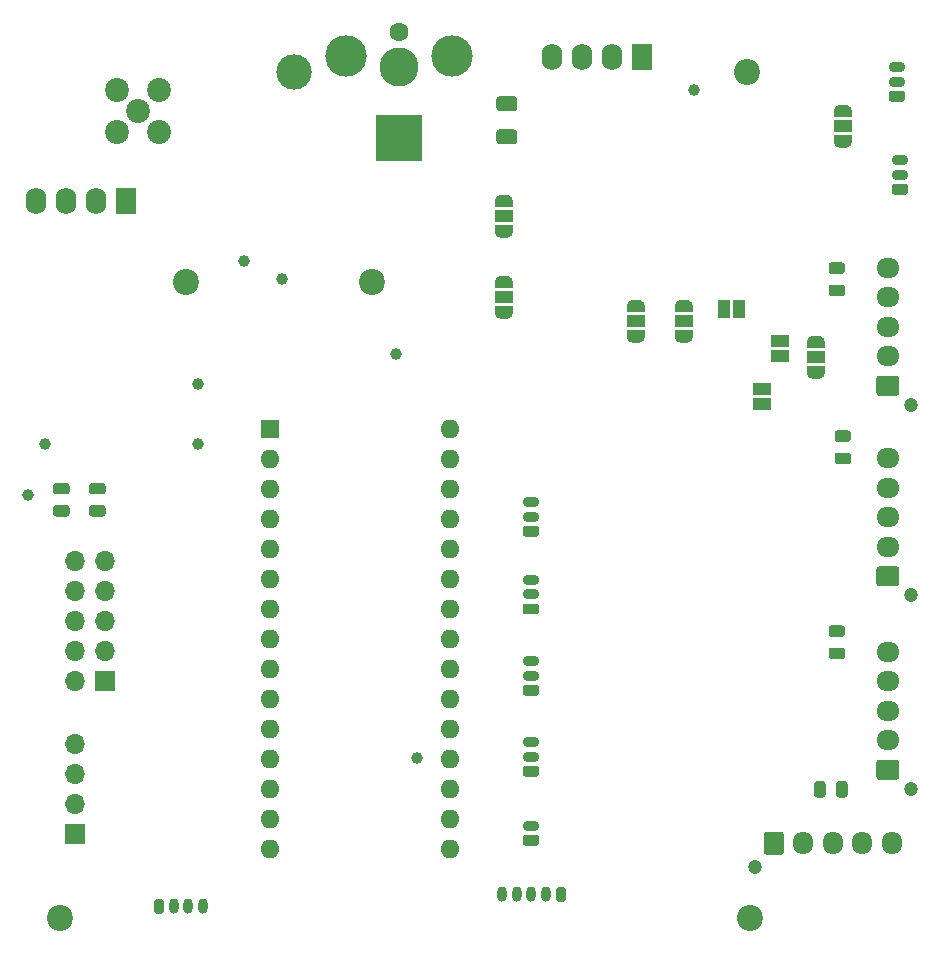
<source format=gbr>
%TF.GenerationSoftware,KiCad,Pcbnew,(5.1.8)-1*%
%TF.CreationDate,2022-01-24T15:12:58-08:00*%
%TF.ProjectId,BLE-33_baseboard,424c452d-3333-45f6-9261-7365626f6172,rev?*%
%TF.SameCoordinates,Original*%
%TF.FileFunction,Soldermask,Top*%
%TF.FilePolarity,Negative*%
%FSLAX46Y46*%
G04 Gerber Fmt 4.6, Leading zero omitted, Abs format (unit mm)*
G04 Created by KiCad (PCBNEW (5.1.8)-1) date 2022-01-24 15:12:58*
%MOMM*%
%LPD*%
G01*
G04 APERTURE LIST*
%ADD10C,2.025000*%
%ADD11C,1.000000*%
%ADD12C,1.200000*%
%ADD13O,1.700000X1.950000*%
%ADD14O,1.950000X1.700000*%
%ADD15O,1.700000X1.700000*%
%ADD16R,1.700000X1.700000*%
%ADD17C,3.000000*%
%ADD18C,2.200000*%
%ADD19O,1.400000X0.900000*%
%ADD20R,1.750000X2.250000*%
%ADD21O,1.750000X2.250000*%
%ADD22R,1.500000X1.000000*%
%ADD23C,0.100000*%
%ADD24R,1.000000X1.500000*%
%ADD25O,0.800000X1.300000*%
%ADD26C,1.600000*%
%ADD27C,3.500000*%
%ADD28C,3.300000*%
%ADD29R,4.000000X4.000000*%
%ADD30O,1.600000X1.600000*%
%ADD31R,1.600000X1.600000*%
G04 APERTURE END LIST*
D10*
%TO.C,J19*%
X108974000Y-58428000D03*
X110744000Y-56658000D03*
X107204000Y-56658000D03*
X107204000Y-60198000D03*
X110744000Y-60198000D03*
%TD*%
%TO.C,F7*%
G36*
G01*
X102945250Y-90863000D02*
X102032750Y-90863000D01*
G75*
G02*
X101789000Y-90619250I0J243750D01*
G01*
X101789000Y-90131750D01*
G75*
G02*
X102032750Y-89888000I243750J0D01*
G01*
X102945250Y-89888000D01*
G75*
G02*
X103189000Y-90131750I0J-243750D01*
G01*
X103189000Y-90619250D01*
G75*
G02*
X102945250Y-90863000I-243750J0D01*
G01*
G37*
G36*
G01*
X102945250Y-92738000D02*
X102032750Y-92738000D01*
G75*
G02*
X101789000Y-92494250I0J243750D01*
G01*
X101789000Y-92006750D01*
G75*
G02*
X102032750Y-91763000I243750J0D01*
G01*
X102945250Y-91763000D01*
G75*
G02*
X103189000Y-92006750I0J-243750D01*
G01*
X103189000Y-92494250D01*
G75*
G02*
X102945250Y-92738000I-243750J0D01*
G01*
G37*
%TD*%
%TO.C,F6*%
G36*
G01*
X105993250Y-90863000D02*
X105080750Y-90863000D01*
G75*
G02*
X104837000Y-90619250I0J243750D01*
G01*
X104837000Y-90131750D01*
G75*
G02*
X105080750Y-89888000I243750J0D01*
G01*
X105993250Y-89888000D01*
G75*
G02*
X106237000Y-90131750I0J-243750D01*
G01*
X106237000Y-90619250D01*
G75*
G02*
X105993250Y-90863000I-243750J0D01*
G01*
G37*
G36*
G01*
X105993250Y-92738000D02*
X105080750Y-92738000D01*
G75*
G02*
X104837000Y-92494250I0J243750D01*
G01*
X104837000Y-92006750D01*
G75*
G02*
X105080750Y-91763000I243750J0D01*
G01*
X105993250Y-91763000D01*
G75*
G02*
X106237000Y-92006750I0J-243750D01*
G01*
X106237000Y-92494250D01*
G75*
G02*
X105993250Y-92738000I-243750J0D01*
G01*
G37*
%TD*%
D11*
%TO.C,TP9*%
X117983000Y-71120000D03*
%TD*%
%TO.C,TP3*%
X156083000Y-56642000D03*
%TD*%
%TO.C,TP2*%
X132588000Y-113157000D03*
%TD*%
D12*
%TO.C,J8*%
X161214000Y-122396000D03*
D13*
X172814000Y-120396000D03*
X170314000Y-120396000D03*
X167814000Y-120396000D03*
X165314000Y-120396000D03*
G36*
G01*
X161964000Y-121121000D02*
X161964000Y-119671000D01*
G75*
G02*
X162214000Y-119421000I250000J0D01*
G01*
X163414000Y-119421000D01*
G75*
G02*
X163664000Y-119671000I0J-250000D01*
G01*
X163664000Y-121121000D01*
G75*
G02*
X163414000Y-121371000I-250000J0D01*
G01*
X162214000Y-121371000D01*
G75*
G02*
X161964000Y-121121000I0J250000D01*
G01*
G37*
%TD*%
D12*
%TO.C,J7*%
X174466000Y-115773000D03*
D14*
X172466000Y-104173000D03*
X172466000Y-106673000D03*
X172466000Y-109173000D03*
X172466000Y-111673000D03*
G36*
G01*
X173191000Y-115023000D02*
X171741000Y-115023000D01*
G75*
G02*
X171491000Y-114773000I0J250000D01*
G01*
X171491000Y-113573000D01*
G75*
G02*
X171741000Y-113323000I250000J0D01*
G01*
X173191000Y-113323000D01*
G75*
G02*
X173441000Y-113573000I0J-250000D01*
G01*
X173441000Y-114773000D01*
G75*
G02*
X173191000Y-115023000I-250000J0D01*
G01*
G37*
%TD*%
D12*
%TO.C,J6*%
X174466000Y-99390000D03*
D14*
X172466000Y-87790000D03*
X172466000Y-90290000D03*
X172466000Y-92790000D03*
X172466000Y-95290000D03*
G36*
G01*
X173191000Y-98640000D02*
X171741000Y-98640000D01*
G75*
G02*
X171491000Y-98390000I0J250000D01*
G01*
X171491000Y-97190000D01*
G75*
G02*
X171741000Y-96940000I250000J0D01*
G01*
X173191000Y-96940000D01*
G75*
G02*
X173441000Y-97190000I0J-250000D01*
G01*
X173441000Y-98390000D01*
G75*
G02*
X173191000Y-98640000I-250000J0D01*
G01*
G37*
%TD*%
D12*
%TO.C,J5*%
X174466000Y-83261000D03*
D14*
X172466000Y-71661000D03*
X172466000Y-74161000D03*
X172466000Y-76661000D03*
X172466000Y-79161000D03*
G36*
G01*
X173191000Y-82511000D02*
X171741000Y-82511000D01*
G75*
G02*
X171491000Y-82261000I0J250000D01*
G01*
X171491000Y-81061000D01*
G75*
G02*
X171741000Y-80811000I250000J0D01*
G01*
X173191000Y-80811000D01*
G75*
G02*
X173441000Y-81061000I0J-250000D01*
G01*
X173441000Y-82261000D01*
G75*
G02*
X173191000Y-82511000I-250000J0D01*
G01*
G37*
%TD*%
D15*
%TO.C,J4*%
X103632000Y-112014000D03*
X103632000Y-114554000D03*
X103632000Y-117094000D03*
D16*
X103632000Y-119634000D03*
%TD*%
D17*
%TO.C,REF\u002A\u002A*%
X122174000Y-55118000D03*
%TD*%
D11*
%TO.C,TP8*%
X121158000Y-72644000D03*
%TD*%
%TO.C,TP7*%
X114046000Y-86614000D03*
%TD*%
%TO.C,TP6*%
X114046000Y-81534000D03*
%TD*%
%TO.C,TP5*%
X99695000Y-90932000D03*
%TD*%
%TO.C,TP4*%
X101092000Y-86614000D03*
%TD*%
D18*
%TO.C,REF\u002A\u002A*%
X160782000Y-126746000D03*
%TD*%
%TO.C,REF\u002A\u002A*%
X113030000Y-72898000D03*
%TD*%
%TO.C,REF\u002A\u002A*%
X128778000Y-72898000D03*
%TD*%
%TO.C,REF\u002A\u002A*%
X102362000Y-126746000D03*
%TD*%
%TO.C,REF\u002A\u002A*%
X160528000Y-55118000D03*
%TD*%
D15*
%TO.C,J3*%
X103632000Y-96520000D03*
X106172000Y-96520000D03*
X103632000Y-99060000D03*
X106172000Y-99060000D03*
X103632000Y-101600000D03*
X106172000Y-101600000D03*
X103632000Y-104140000D03*
X106172000Y-104140000D03*
X103632000Y-106680000D03*
D16*
X106172000Y-106680000D03*
%TD*%
D19*
%TO.C,J1*%
X142240000Y-118892000D03*
G36*
G01*
X142715000Y-120592000D02*
X141765000Y-120592000D01*
G75*
G02*
X141540000Y-120367000I0J225000D01*
G01*
X141540000Y-119917000D01*
G75*
G02*
X141765000Y-119692000I225000J0D01*
G01*
X142715000Y-119692000D01*
G75*
G02*
X142940000Y-119917000I0J-225000D01*
G01*
X142940000Y-120367000D01*
G75*
G02*
X142715000Y-120592000I-225000J0D01*
G01*
G37*
%TD*%
D11*
%TO.C,TP1*%
X130810000Y-78994000D03*
%TD*%
D20*
%TO.C,PS1*%
X151638000Y-53848000D03*
D21*
X149098000Y-53848000D03*
X146558000Y-53848000D03*
X144018000Y-53848000D03*
%TD*%
D20*
%TO.C,PS2*%
X107950000Y-66040000D03*
D21*
X105410000Y-66040000D03*
X102870000Y-66040000D03*
X100330000Y-66040000D03*
%TD*%
D22*
%TO.C,JP10*%
X163322000Y-79136000D03*
X163322000Y-77836000D03*
%TD*%
D23*
%TO.C,JP9*%
G36*
X165620000Y-78498000D02*
G01*
X165620000Y-77948000D01*
X165620602Y-77948000D01*
X165620602Y-77923466D01*
X165625412Y-77874635D01*
X165634984Y-77826510D01*
X165649228Y-77779555D01*
X165668005Y-77734222D01*
X165691136Y-77690949D01*
X165718396Y-77650150D01*
X165749524Y-77612221D01*
X165784221Y-77577524D01*
X165822150Y-77546396D01*
X165862949Y-77519136D01*
X165906222Y-77496005D01*
X165951555Y-77477228D01*
X165998510Y-77462984D01*
X166046635Y-77453412D01*
X166095466Y-77448602D01*
X166120000Y-77448602D01*
X166120000Y-77448000D01*
X166620000Y-77448000D01*
X166620000Y-77448602D01*
X166644534Y-77448602D01*
X166693365Y-77453412D01*
X166741490Y-77462984D01*
X166788445Y-77477228D01*
X166833778Y-77496005D01*
X166877051Y-77519136D01*
X166917850Y-77546396D01*
X166955779Y-77577524D01*
X166990476Y-77612221D01*
X167021604Y-77650150D01*
X167048864Y-77690949D01*
X167071995Y-77734222D01*
X167090772Y-77779555D01*
X167105016Y-77826510D01*
X167114588Y-77874635D01*
X167119398Y-77923466D01*
X167119398Y-77948000D01*
X167120000Y-77948000D01*
X167120000Y-78498000D01*
X165620000Y-78498000D01*
G37*
D22*
X166370000Y-79248000D03*
D23*
G36*
X167119398Y-80548000D02*
G01*
X167119398Y-80572534D01*
X167114588Y-80621365D01*
X167105016Y-80669490D01*
X167090772Y-80716445D01*
X167071995Y-80761778D01*
X167048864Y-80805051D01*
X167021604Y-80845850D01*
X166990476Y-80883779D01*
X166955779Y-80918476D01*
X166917850Y-80949604D01*
X166877051Y-80976864D01*
X166833778Y-80999995D01*
X166788445Y-81018772D01*
X166741490Y-81033016D01*
X166693365Y-81042588D01*
X166644534Y-81047398D01*
X166620000Y-81047398D01*
X166620000Y-81048000D01*
X166120000Y-81048000D01*
X166120000Y-81047398D01*
X166095466Y-81047398D01*
X166046635Y-81042588D01*
X165998510Y-81033016D01*
X165951555Y-81018772D01*
X165906222Y-80999995D01*
X165862949Y-80976864D01*
X165822150Y-80949604D01*
X165784221Y-80918476D01*
X165749524Y-80883779D01*
X165718396Y-80845850D01*
X165691136Y-80805051D01*
X165668005Y-80761778D01*
X165649228Y-80716445D01*
X165634984Y-80669490D01*
X165625412Y-80621365D01*
X165620602Y-80572534D01*
X165620602Y-80548000D01*
X165620000Y-80548000D01*
X165620000Y-79998000D01*
X167120000Y-79998000D01*
X167120000Y-80548000D01*
X167119398Y-80548000D01*
G37*
%TD*%
%TO.C,JP8*%
G36*
X169406000Y-60440000D02*
G01*
X169406000Y-60990000D01*
X169405398Y-60990000D01*
X169405398Y-61014534D01*
X169400588Y-61063365D01*
X169391016Y-61111490D01*
X169376772Y-61158445D01*
X169357995Y-61203778D01*
X169334864Y-61247051D01*
X169307604Y-61287850D01*
X169276476Y-61325779D01*
X169241779Y-61360476D01*
X169203850Y-61391604D01*
X169163051Y-61418864D01*
X169119778Y-61441995D01*
X169074445Y-61460772D01*
X169027490Y-61475016D01*
X168979365Y-61484588D01*
X168930534Y-61489398D01*
X168906000Y-61489398D01*
X168906000Y-61490000D01*
X168406000Y-61490000D01*
X168406000Y-61489398D01*
X168381466Y-61489398D01*
X168332635Y-61484588D01*
X168284510Y-61475016D01*
X168237555Y-61460772D01*
X168192222Y-61441995D01*
X168148949Y-61418864D01*
X168108150Y-61391604D01*
X168070221Y-61360476D01*
X168035524Y-61325779D01*
X168004396Y-61287850D01*
X167977136Y-61247051D01*
X167954005Y-61203778D01*
X167935228Y-61158445D01*
X167920984Y-61111490D01*
X167911412Y-61063365D01*
X167906602Y-61014534D01*
X167906602Y-60990000D01*
X167906000Y-60990000D01*
X167906000Y-60440000D01*
X169406000Y-60440000D01*
G37*
D22*
X168656000Y-59690000D03*
D23*
G36*
X167906602Y-58390000D02*
G01*
X167906602Y-58365466D01*
X167911412Y-58316635D01*
X167920984Y-58268510D01*
X167935228Y-58221555D01*
X167954005Y-58176222D01*
X167977136Y-58132949D01*
X168004396Y-58092150D01*
X168035524Y-58054221D01*
X168070221Y-58019524D01*
X168108150Y-57988396D01*
X168148949Y-57961136D01*
X168192222Y-57938005D01*
X168237555Y-57919228D01*
X168284510Y-57904984D01*
X168332635Y-57895412D01*
X168381466Y-57890602D01*
X168406000Y-57890602D01*
X168406000Y-57890000D01*
X168906000Y-57890000D01*
X168906000Y-57890602D01*
X168930534Y-57890602D01*
X168979365Y-57895412D01*
X169027490Y-57904984D01*
X169074445Y-57919228D01*
X169119778Y-57938005D01*
X169163051Y-57961136D01*
X169203850Y-57988396D01*
X169241779Y-58019524D01*
X169276476Y-58054221D01*
X169307604Y-58092150D01*
X169334864Y-58132949D01*
X169357995Y-58176222D01*
X169376772Y-58221555D01*
X169391016Y-58268510D01*
X169400588Y-58316635D01*
X169405398Y-58365466D01*
X169405398Y-58390000D01*
X169406000Y-58390000D01*
X169406000Y-58940000D01*
X167906000Y-58940000D01*
X167906000Y-58390000D01*
X167906602Y-58390000D01*
G37*
%TD*%
D22*
%TO.C,JP7*%
X161798000Y-83200000D03*
X161798000Y-81900000D03*
%TD*%
D24*
%TO.C,JP5*%
X158608000Y-75184000D03*
X159908000Y-75184000D03*
%TD*%
D23*
%TO.C,JP4*%
G36*
X151880000Y-76950000D02*
G01*
X151880000Y-77500000D01*
X151879398Y-77500000D01*
X151879398Y-77524534D01*
X151874588Y-77573365D01*
X151865016Y-77621490D01*
X151850772Y-77668445D01*
X151831995Y-77713778D01*
X151808864Y-77757051D01*
X151781604Y-77797850D01*
X151750476Y-77835779D01*
X151715779Y-77870476D01*
X151677850Y-77901604D01*
X151637051Y-77928864D01*
X151593778Y-77951995D01*
X151548445Y-77970772D01*
X151501490Y-77985016D01*
X151453365Y-77994588D01*
X151404534Y-77999398D01*
X151380000Y-77999398D01*
X151380000Y-78000000D01*
X150880000Y-78000000D01*
X150880000Y-77999398D01*
X150855466Y-77999398D01*
X150806635Y-77994588D01*
X150758510Y-77985016D01*
X150711555Y-77970772D01*
X150666222Y-77951995D01*
X150622949Y-77928864D01*
X150582150Y-77901604D01*
X150544221Y-77870476D01*
X150509524Y-77835779D01*
X150478396Y-77797850D01*
X150451136Y-77757051D01*
X150428005Y-77713778D01*
X150409228Y-77668445D01*
X150394984Y-77621490D01*
X150385412Y-77573365D01*
X150380602Y-77524534D01*
X150380602Y-77500000D01*
X150380000Y-77500000D01*
X150380000Y-76950000D01*
X151880000Y-76950000D01*
G37*
D22*
X151130000Y-76200000D03*
D23*
G36*
X150380602Y-74900000D02*
G01*
X150380602Y-74875466D01*
X150385412Y-74826635D01*
X150394984Y-74778510D01*
X150409228Y-74731555D01*
X150428005Y-74686222D01*
X150451136Y-74642949D01*
X150478396Y-74602150D01*
X150509524Y-74564221D01*
X150544221Y-74529524D01*
X150582150Y-74498396D01*
X150622949Y-74471136D01*
X150666222Y-74448005D01*
X150711555Y-74429228D01*
X150758510Y-74414984D01*
X150806635Y-74405412D01*
X150855466Y-74400602D01*
X150880000Y-74400602D01*
X150880000Y-74400000D01*
X151380000Y-74400000D01*
X151380000Y-74400602D01*
X151404534Y-74400602D01*
X151453365Y-74405412D01*
X151501490Y-74414984D01*
X151548445Y-74429228D01*
X151593778Y-74448005D01*
X151637051Y-74471136D01*
X151677850Y-74498396D01*
X151715779Y-74529524D01*
X151750476Y-74564221D01*
X151781604Y-74602150D01*
X151808864Y-74642949D01*
X151831995Y-74686222D01*
X151850772Y-74731555D01*
X151865016Y-74778510D01*
X151874588Y-74826635D01*
X151879398Y-74875466D01*
X151879398Y-74900000D01*
X151880000Y-74900000D01*
X151880000Y-75450000D01*
X150380000Y-75450000D01*
X150380000Y-74900000D01*
X150380602Y-74900000D01*
G37*
%TD*%
%TO.C,JP3*%
G36*
X140704000Y-68060000D02*
G01*
X140704000Y-68610000D01*
X140703398Y-68610000D01*
X140703398Y-68634534D01*
X140698588Y-68683365D01*
X140689016Y-68731490D01*
X140674772Y-68778445D01*
X140655995Y-68823778D01*
X140632864Y-68867051D01*
X140605604Y-68907850D01*
X140574476Y-68945779D01*
X140539779Y-68980476D01*
X140501850Y-69011604D01*
X140461051Y-69038864D01*
X140417778Y-69061995D01*
X140372445Y-69080772D01*
X140325490Y-69095016D01*
X140277365Y-69104588D01*
X140228534Y-69109398D01*
X140204000Y-69109398D01*
X140204000Y-69110000D01*
X139704000Y-69110000D01*
X139704000Y-69109398D01*
X139679466Y-69109398D01*
X139630635Y-69104588D01*
X139582510Y-69095016D01*
X139535555Y-69080772D01*
X139490222Y-69061995D01*
X139446949Y-69038864D01*
X139406150Y-69011604D01*
X139368221Y-68980476D01*
X139333524Y-68945779D01*
X139302396Y-68907850D01*
X139275136Y-68867051D01*
X139252005Y-68823778D01*
X139233228Y-68778445D01*
X139218984Y-68731490D01*
X139209412Y-68683365D01*
X139204602Y-68634534D01*
X139204602Y-68610000D01*
X139204000Y-68610000D01*
X139204000Y-68060000D01*
X140704000Y-68060000D01*
G37*
D22*
X139954000Y-67310000D03*
D23*
G36*
X139204602Y-66010000D02*
G01*
X139204602Y-65985466D01*
X139209412Y-65936635D01*
X139218984Y-65888510D01*
X139233228Y-65841555D01*
X139252005Y-65796222D01*
X139275136Y-65752949D01*
X139302396Y-65712150D01*
X139333524Y-65674221D01*
X139368221Y-65639524D01*
X139406150Y-65608396D01*
X139446949Y-65581136D01*
X139490222Y-65558005D01*
X139535555Y-65539228D01*
X139582510Y-65524984D01*
X139630635Y-65515412D01*
X139679466Y-65510602D01*
X139704000Y-65510602D01*
X139704000Y-65510000D01*
X140204000Y-65510000D01*
X140204000Y-65510602D01*
X140228534Y-65510602D01*
X140277365Y-65515412D01*
X140325490Y-65524984D01*
X140372445Y-65539228D01*
X140417778Y-65558005D01*
X140461051Y-65581136D01*
X140501850Y-65608396D01*
X140539779Y-65639524D01*
X140574476Y-65674221D01*
X140605604Y-65712150D01*
X140632864Y-65752949D01*
X140655995Y-65796222D01*
X140674772Y-65841555D01*
X140689016Y-65888510D01*
X140698588Y-65936635D01*
X140703398Y-65985466D01*
X140703398Y-66010000D01*
X140704000Y-66010000D01*
X140704000Y-66560000D01*
X139204000Y-66560000D01*
X139204000Y-66010000D01*
X139204602Y-66010000D01*
G37*
%TD*%
%TO.C,JP2*%
G36*
X139204000Y-73418000D02*
G01*
X139204000Y-72868000D01*
X139204602Y-72868000D01*
X139204602Y-72843466D01*
X139209412Y-72794635D01*
X139218984Y-72746510D01*
X139233228Y-72699555D01*
X139252005Y-72654222D01*
X139275136Y-72610949D01*
X139302396Y-72570150D01*
X139333524Y-72532221D01*
X139368221Y-72497524D01*
X139406150Y-72466396D01*
X139446949Y-72439136D01*
X139490222Y-72416005D01*
X139535555Y-72397228D01*
X139582510Y-72382984D01*
X139630635Y-72373412D01*
X139679466Y-72368602D01*
X139704000Y-72368602D01*
X139704000Y-72368000D01*
X140204000Y-72368000D01*
X140204000Y-72368602D01*
X140228534Y-72368602D01*
X140277365Y-72373412D01*
X140325490Y-72382984D01*
X140372445Y-72397228D01*
X140417778Y-72416005D01*
X140461051Y-72439136D01*
X140501850Y-72466396D01*
X140539779Y-72497524D01*
X140574476Y-72532221D01*
X140605604Y-72570150D01*
X140632864Y-72610949D01*
X140655995Y-72654222D01*
X140674772Y-72699555D01*
X140689016Y-72746510D01*
X140698588Y-72794635D01*
X140703398Y-72843466D01*
X140703398Y-72868000D01*
X140704000Y-72868000D01*
X140704000Y-73418000D01*
X139204000Y-73418000D01*
G37*
D22*
X139954000Y-74168000D03*
D23*
G36*
X140703398Y-75468000D02*
G01*
X140703398Y-75492534D01*
X140698588Y-75541365D01*
X140689016Y-75589490D01*
X140674772Y-75636445D01*
X140655995Y-75681778D01*
X140632864Y-75725051D01*
X140605604Y-75765850D01*
X140574476Y-75803779D01*
X140539779Y-75838476D01*
X140501850Y-75869604D01*
X140461051Y-75896864D01*
X140417778Y-75919995D01*
X140372445Y-75938772D01*
X140325490Y-75953016D01*
X140277365Y-75962588D01*
X140228534Y-75967398D01*
X140204000Y-75967398D01*
X140204000Y-75968000D01*
X139704000Y-75968000D01*
X139704000Y-75967398D01*
X139679466Y-75967398D01*
X139630635Y-75962588D01*
X139582510Y-75953016D01*
X139535555Y-75938772D01*
X139490222Y-75919995D01*
X139446949Y-75896864D01*
X139406150Y-75869604D01*
X139368221Y-75838476D01*
X139333524Y-75803779D01*
X139302396Y-75765850D01*
X139275136Y-75725051D01*
X139252005Y-75681778D01*
X139233228Y-75636445D01*
X139218984Y-75589490D01*
X139209412Y-75541365D01*
X139204602Y-75492534D01*
X139204602Y-75468000D01*
X139204000Y-75468000D01*
X139204000Y-74918000D01*
X140704000Y-74918000D01*
X140704000Y-75468000D01*
X140703398Y-75468000D01*
G37*
%TD*%
%TO.C,JP1*%
G36*
X155944000Y-76950000D02*
G01*
X155944000Y-77500000D01*
X155943398Y-77500000D01*
X155943398Y-77524534D01*
X155938588Y-77573365D01*
X155929016Y-77621490D01*
X155914772Y-77668445D01*
X155895995Y-77713778D01*
X155872864Y-77757051D01*
X155845604Y-77797850D01*
X155814476Y-77835779D01*
X155779779Y-77870476D01*
X155741850Y-77901604D01*
X155701051Y-77928864D01*
X155657778Y-77951995D01*
X155612445Y-77970772D01*
X155565490Y-77985016D01*
X155517365Y-77994588D01*
X155468534Y-77999398D01*
X155444000Y-77999398D01*
X155444000Y-78000000D01*
X154944000Y-78000000D01*
X154944000Y-77999398D01*
X154919466Y-77999398D01*
X154870635Y-77994588D01*
X154822510Y-77985016D01*
X154775555Y-77970772D01*
X154730222Y-77951995D01*
X154686949Y-77928864D01*
X154646150Y-77901604D01*
X154608221Y-77870476D01*
X154573524Y-77835779D01*
X154542396Y-77797850D01*
X154515136Y-77757051D01*
X154492005Y-77713778D01*
X154473228Y-77668445D01*
X154458984Y-77621490D01*
X154449412Y-77573365D01*
X154444602Y-77524534D01*
X154444602Y-77500000D01*
X154444000Y-77500000D01*
X154444000Y-76950000D01*
X155944000Y-76950000D01*
G37*
D22*
X155194000Y-76200000D03*
D23*
G36*
X154444602Y-74900000D02*
G01*
X154444602Y-74875466D01*
X154449412Y-74826635D01*
X154458984Y-74778510D01*
X154473228Y-74731555D01*
X154492005Y-74686222D01*
X154515136Y-74642949D01*
X154542396Y-74602150D01*
X154573524Y-74564221D01*
X154608221Y-74529524D01*
X154646150Y-74498396D01*
X154686949Y-74471136D01*
X154730222Y-74448005D01*
X154775555Y-74429228D01*
X154822510Y-74414984D01*
X154870635Y-74405412D01*
X154919466Y-74400602D01*
X154944000Y-74400602D01*
X154944000Y-74400000D01*
X155444000Y-74400000D01*
X155444000Y-74400602D01*
X155468534Y-74400602D01*
X155517365Y-74405412D01*
X155565490Y-74414984D01*
X155612445Y-74429228D01*
X155657778Y-74448005D01*
X155701051Y-74471136D01*
X155741850Y-74498396D01*
X155779779Y-74529524D01*
X155814476Y-74564221D01*
X155845604Y-74602150D01*
X155872864Y-74642949D01*
X155895995Y-74686222D01*
X155914772Y-74731555D01*
X155929016Y-74778510D01*
X155938588Y-74826635D01*
X155943398Y-74875466D01*
X155943398Y-74900000D01*
X155944000Y-74900000D01*
X155944000Y-75450000D01*
X154444000Y-75450000D01*
X154444000Y-74900000D01*
X154444602Y-74900000D01*
G37*
%TD*%
D19*
%TO.C,J18*%
X173482000Y-62524000D03*
X173482000Y-63774000D03*
G36*
G01*
X173957000Y-65474000D02*
X173007000Y-65474000D01*
G75*
G02*
X172782000Y-65249000I0J225000D01*
G01*
X172782000Y-64799000D01*
G75*
G02*
X173007000Y-64574000I225000J0D01*
G01*
X173957000Y-64574000D01*
G75*
G02*
X174182000Y-64799000I0J-225000D01*
G01*
X174182000Y-65249000D01*
G75*
G02*
X173957000Y-65474000I-225000J0D01*
G01*
G37*
%TD*%
%TO.C,J17*%
X173228000Y-54650000D03*
X173228000Y-55900000D03*
G36*
G01*
X173703000Y-57600000D02*
X172753000Y-57600000D01*
G75*
G02*
X172528000Y-57375000I0J225000D01*
G01*
X172528000Y-56925000D01*
G75*
G02*
X172753000Y-56700000I225000J0D01*
G01*
X173703000Y-56700000D01*
G75*
G02*
X173928000Y-56925000I0J-225000D01*
G01*
X173928000Y-57375000D01*
G75*
G02*
X173703000Y-57600000I-225000J0D01*
G01*
G37*
%TD*%
D25*
%TO.C,J15*%
X139780000Y-124714000D03*
X141030000Y-124714000D03*
X142280000Y-124714000D03*
X143530000Y-124714000D03*
G36*
G01*
X145180000Y-124264000D02*
X145180000Y-125164000D01*
G75*
G02*
X144980000Y-125364000I-200000J0D01*
G01*
X144580000Y-125364000D01*
G75*
G02*
X144380000Y-125164000I0J200000D01*
G01*
X144380000Y-124264000D01*
G75*
G02*
X144580000Y-124064000I200000J0D01*
G01*
X144980000Y-124064000D01*
G75*
G02*
X145180000Y-124264000I0J-200000D01*
G01*
G37*
%TD*%
D19*
%TO.C,J13*%
X142240000Y-91480000D03*
X142240000Y-92730000D03*
G36*
G01*
X142715000Y-94430000D02*
X141765000Y-94430000D01*
G75*
G02*
X141540000Y-94205000I0J225000D01*
G01*
X141540000Y-93755000D01*
G75*
G02*
X141765000Y-93530000I225000J0D01*
G01*
X142715000Y-93530000D01*
G75*
G02*
X142940000Y-93755000I0J-225000D01*
G01*
X142940000Y-94205000D01*
G75*
G02*
X142715000Y-94430000I-225000J0D01*
G01*
G37*
%TD*%
%TO.C,J12*%
X142240000Y-98064000D03*
X142240000Y-99314000D03*
G36*
G01*
X142715000Y-101014000D02*
X141765000Y-101014000D01*
G75*
G02*
X141540000Y-100789000I0J225000D01*
G01*
X141540000Y-100339000D01*
G75*
G02*
X141765000Y-100114000I225000J0D01*
G01*
X142715000Y-100114000D01*
G75*
G02*
X142940000Y-100339000I0J-225000D01*
G01*
X142940000Y-100789000D01*
G75*
G02*
X142715000Y-101014000I-225000J0D01*
G01*
G37*
%TD*%
D25*
%TO.C,J11*%
X114494000Y-125730000D03*
X113244000Y-125730000D03*
X111994000Y-125730000D03*
G36*
G01*
X110344000Y-126180000D02*
X110344000Y-125280000D01*
G75*
G02*
X110544000Y-125080000I200000J0D01*
G01*
X110944000Y-125080000D01*
G75*
G02*
X111144000Y-125280000I0J-200000D01*
G01*
X111144000Y-126180000D01*
G75*
G02*
X110944000Y-126380000I-200000J0D01*
G01*
X110544000Y-126380000D01*
G75*
G02*
X110344000Y-126180000I0J200000D01*
G01*
G37*
%TD*%
D26*
%TO.C,J10*%
X131064000Y-51706000D03*
D27*
X126564000Y-53706000D03*
X135564000Y-53706000D03*
D28*
X131064000Y-54706000D03*
D29*
X131064000Y-60706000D03*
%TD*%
D19*
%TO.C,J9*%
X142240000Y-104942000D03*
X142240000Y-106192000D03*
G36*
G01*
X142715000Y-107892000D02*
X141765000Y-107892000D01*
G75*
G02*
X141540000Y-107667000I0J225000D01*
G01*
X141540000Y-107217000D01*
G75*
G02*
X141765000Y-106992000I225000J0D01*
G01*
X142715000Y-106992000D01*
G75*
G02*
X142940000Y-107217000I0J-225000D01*
G01*
X142940000Y-107667000D01*
G75*
G02*
X142715000Y-107892000I-225000J0D01*
G01*
G37*
%TD*%
%TO.C,J2*%
X142240000Y-111800000D03*
X142240000Y-113050000D03*
G36*
G01*
X142715000Y-114750000D02*
X141765000Y-114750000D01*
G75*
G02*
X141540000Y-114525000I0J225000D01*
G01*
X141540000Y-114075000D01*
G75*
G02*
X141765000Y-113850000I225000J0D01*
G01*
X142715000Y-113850000D01*
G75*
G02*
X142940000Y-114075000I0J-225000D01*
G01*
X142940000Y-114525000D01*
G75*
G02*
X142715000Y-114750000I-225000J0D01*
G01*
G37*
%TD*%
%TO.C,F5*%
G36*
G01*
X168090000Y-116280250D02*
X168090000Y-115367750D01*
G75*
G02*
X168333750Y-115124000I243750J0D01*
G01*
X168821250Y-115124000D01*
G75*
G02*
X169065000Y-115367750I0J-243750D01*
G01*
X169065000Y-116280250D01*
G75*
G02*
X168821250Y-116524000I-243750J0D01*
G01*
X168333750Y-116524000D01*
G75*
G02*
X168090000Y-116280250I0J243750D01*
G01*
G37*
G36*
G01*
X166215000Y-116280250D02*
X166215000Y-115367750D01*
G75*
G02*
X166458750Y-115124000I243750J0D01*
G01*
X166946250Y-115124000D01*
G75*
G02*
X167190000Y-115367750I0J-243750D01*
G01*
X167190000Y-116280250D01*
G75*
G02*
X166946250Y-116524000I-243750J0D01*
G01*
X166458750Y-116524000D01*
G75*
G02*
X166215000Y-116280250I0J243750D01*
G01*
G37*
%TD*%
%TO.C,F4*%
G36*
G01*
X167691750Y-103828000D02*
X168604250Y-103828000D01*
G75*
G02*
X168848000Y-104071750I0J-243750D01*
G01*
X168848000Y-104559250D01*
G75*
G02*
X168604250Y-104803000I-243750J0D01*
G01*
X167691750Y-104803000D01*
G75*
G02*
X167448000Y-104559250I0J243750D01*
G01*
X167448000Y-104071750D01*
G75*
G02*
X167691750Y-103828000I243750J0D01*
G01*
G37*
G36*
G01*
X167691750Y-101953000D02*
X168604250Y-101953000D01*
G75*
G02*
X168848000Y-102196750I0J-243750D01*
G01*
X168848000Y-102684250D01*
G75*
G02*
X168604250Y-102928000I-243750J0D01*
G01*
X167691750Y-102928000D01*
G75*
G02*
X167448000Y-102684250I0J243750D01*
G01*
X167448000Y-102196750D01*
G75*
G02*
X167691750Y-101953000I243750J0D01*
G01*
G37*
%TD*%
%TO.C,F3*%
G36*
G01*
X168199750Y-87318000D02*
X169112250Y-87318000D01*
G75*
G02*
X169356000Y-87561750I0J-243750D01*
G01*
X169356000Y-88049250D01*
G75*
G02*
X169112250Y-88293000I-243750J0D01*
G01*
X168199750Y-88293000D01*
G75*
G02*
X167956000Y-88049250I0J243750D01*
G01*
X167956000Y-87561750D01*
G75*
G02*
X168199750Y-87318000I243750J0D01*
G01*
G37*
G36*
G01*
X168199750Y-85443000D02*
X169112250Y-85443000D01*
G75*
G02*
X169356000Y-85686750I0J-243750D01*
G01*
X169356000Y-86174250D01*
G75*
G02*
X169112250Y-86418000I-243750J0D01*
G01*
X168199750Y-86418000D01*
G75*
G02*
X167956000Y-86174250I0J243750D01*
G01*
X167956000Y-85686750D01*
G75*
G02*
X168199750Y-85443000I243750J0D01*
G01*
G37*
%TD*%
%TO.C,F2*%
G36*
G01*
X168604250Y-72194000D02*
X167691750Y-72194000D01*
G75*
G02*
X167448000Y-71950250I0J243750D01*
G01*
X167448000Y-71462750D01*
G75*
G02*
X167691750Y-71219000I243750J0D01*
G01*
X168604250Y-71219000D01*
G75*
G02*
X168848000Y-71462750I0J-243750D01*
G01*
X168848000Y-71950250D01*
G75*
G02*
X168604250Y-72194000I-243750J0D01*
G01*
G37*
G36*
G01*
X168604250Y-74069000D02*
X167691750Y-74069000D01*
G75*
G02*
X167448000Y-73825250I0J243750D01*
G01*
X167448000Y-73337750D01*
G75*
G02*
X167691750Y-73094000I243750J0D01*
G01*
X168604250Y-73094000D01*
G75*
G02*
X168848000Y-73337750I0J-243750D01*
G01*
X168848000Y-73825250D01*
G75*
G02*
X168604250Y-74069000I-243750J0D01*
G01*
G37*
%TD*%
%TO.C,F1*%
G36*
G01*
X140833000Y-58407000D02*
X139583000Y-58407000D01*
G75*
G02*
X139333000Y-58157000I0J250000D01*
G01*
X139333000Y-57407000D01*
G75*
G02*
X139583000Y-57157000I250000J0D01*
G01*
X140833000Y-57157000D01*
G75*
G02*
X141083000Y-57407000I0J-250000D01*
G01*
X141083000Y-58157000D01*
G75*
G02*
X140833000Y-58407000I-250000J0D01*
G01*
G37*
G36*
G01*
X140833000Y-61207000D02*
X139583000Y-61207000D01*
G75*
G02*
X139333000Y-60957000I0J250000D01*
G01*
X139333000Y-60207000D01*
G75*
G02*
X139583000Y-59957000I250000J0D01*
G01*
X140833000Y-59957000D01*
G75*
G02*
X141083000Y-60207000I0J-250000D01*
G01*
X141083000Y-60957000D01*
G75*
G02*
X140833000Y-61207000I-250000J0D01*
G01*
G37*
%TD*%
D30*
%TO.C,A1*%
X135382000Y-120904000D03*
X120142000Y-120904000D03*
X135382000Y-85344000D03*
X120142000Y-118364000D03*
X135382000Y-87884000D03*
X120142000Y-115824000D03*
X135382000Y-90424000D03*
X120142000Y-113284000D03*
X135382000Y-92964000D03*
X120142000Y-110744000D03*
X135382000Y-95504000D03*
X120142000Y-108204000D03*
X135382000Y-98044000D03*
X120142000Y-105664000D03*
X135382000Y-100584000D03*
X120142000Y-103124000D03*
X135382000Y-103124000D03*
X120142000Y-100584000D03*
X135382000Y-105664000D03*
X120142000Y-98044000D03*
X135382000Y-108204000D03*
X120142000Y-95504000D03*
X135382000Y-110744000D03*
X120142000Y-92964000D03*
X135382000Y-113284000D03*
X120142000Y-90424000D03*
X135382000Y-115824000D03*
X120142000Y-87884000D03*
X135382000Y-118364000D03*
D31*
X120142000Y-85344000D03*
%TD*%
M02*

</source>
